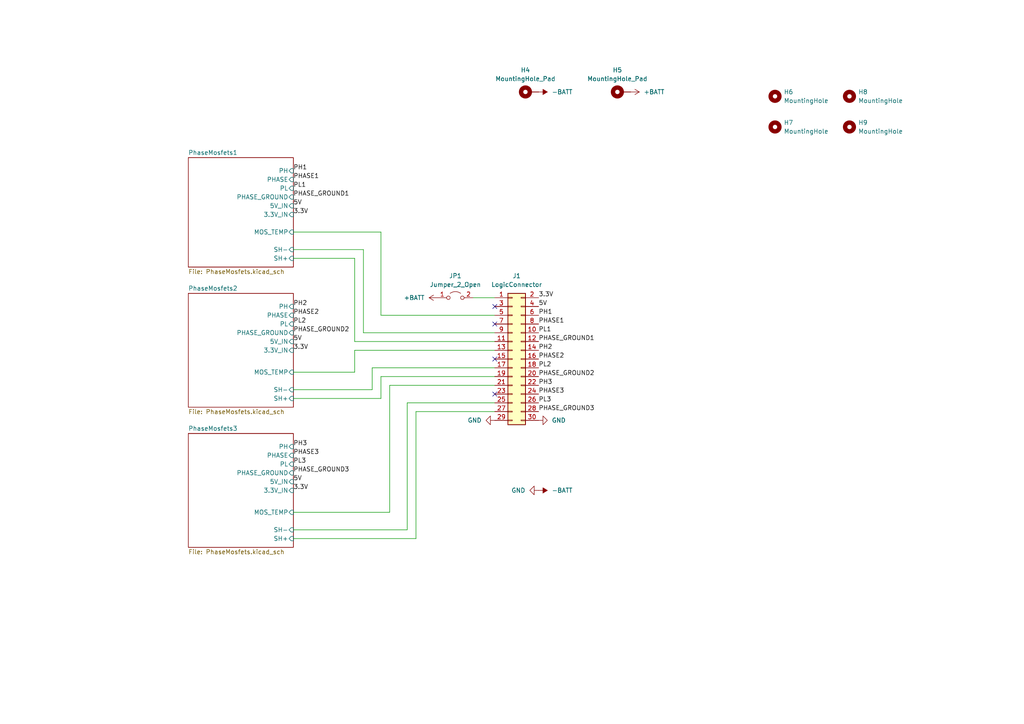
<source format=kicad_sch>
(kicad_sch (version 20231120) (generator "eeschema") (generator_version "8.0")
  (paper "A4")
  (lib_symbols
    (symbol "Connector_Generic:Conn_02x15_Odd_Even" (pin_names (offset 1.016) hide)
      (property "Reference" "J" (at 1.27 20.32 0))
      (property "Value" "Conn_02x15_Odd_Even" (at 1.27 -20.32 0))
      (symbol "Conn_02x15_Odd_Even_1_1"
        (rectangle (start -1.27 -17.653) (end 0 -17.907) (stroke (width 0.1524)))
        (rectangle (start -1.27 -15.113) (end 0 -15.367) (stroke (width 0.1524)))
        (rectangle (start -1.27 -12.573) (end 0 -12.827) (stroke (width 0.1524)))
        (rectangle (start -1.27 -10.033) (end 0 -10.287) (stroke (width 0.1524)))
        (rectangle (start -1.27 -7.493) (end 0 -7.747) (stroke (width 0.1524)))
        (rectangle (start -1.27 -4.953) (end 0 -5.207) (stroke (width 0.1524)))
        (rectangle (start -1.27 -2.413) (end 0 -2.667) (stroke (width 0.1524)))
        (rectangle (start -1.27 0.127) (end 0 -0.127) (stroke (width 0.1524)))
        (rectangle (start -1.27 2.667) (end 0 2.413) (stroke (width 0.1524)))
        (rectangle (start -1.27 5.207) (end 0 4.953) (stroke (width 0.1524)))
        (rectangle (start -1.27 7.747) (end 0 7.493) (stroke (width 0.1524)))
        (rectangle (start -1.27 10.287) (end 0 10.033) (stroke (width 0.1524)))
        (rectangle (start -1.27 12.827) (end 0 12.573) (stroke (width 0.1524)))
        (rectangle (start -1.27 15.367) (end 0 15.113) (stroke (width 0.1524)))
        (rectangle (start -1.27 17.907) (end 0 17.653) (stroke (width 0.1524)))
        (rectangle (start -1.27 19.05) (end 3.81 -19.05) (stroke (width 0.254)) (fill (type background)))
        (rectangle (start 3.81 -17.653) (end 2.54 -17.907) (stroke (width 0.1524)))
        (rectangle (start 3.81 -15.113) (end 2.54 -15.367) (stroke (width 0.1524)))
        (rectangle (start 3.81 -12.573) (end 2.54 -12.827) (stroke (width 0.1524)))
        (rectangle (start 3.81 -10.033) (end 2.54 -10.287) (stroke (width 0.1524)))
        (rectangle (start 3.81 -7.493) (end 2.54 -7.747) (stroke (width 0.1524)))
        (rectangle (start 3.81 -4.953) (end 2.54 -5.207) (stroke (width 0.1524)))
        (rectangle (start 3.81 -2.413) (end 2.54 -2.667) (stroke (width 0.1524)))
        (rectangle (start 3.81 0.127) (end 2.54 -0.127) (stroke (width 0.1524)))
        (rectangle (start 3.81 2.667) (end 2.54 2.413) (stroke (width 0.1524)))
        (rectangle (start 3.81 5.207) (end 2.54 4.953) (stroke (width 0.1524)))
        (rectangle (start 3.81 7.747) (end 2.54 7.493) (stroke (width 0.1524)))
        (rectangle (start 3.81 10.287) (end 2.54 10.033) (stroke (width 0.1524)))
        (rectangle (start 3.81 12.827) (end 2.54 12.573) (stroke (width 0.1524)))
        (rectangle (start 3.81 15.367) (end 2.54 15.113) (stroke (width 0.1524)))
        (rectangle (start 3.81 17.907) (end 2.54 17.653) (stroke (width 0.1524)))
        (pin passive line (at -5.08 17.78 0) (length 3.81) (name "Pin_1") (number "1"))
        (pin passive line (at 7.62 7.62 180) (length 3.81) (name "Pin_10") (number "10"))
        (pin passive line (at -5.08 5.08 0) (length 3.81) (name "Pin_11") (number "11"))
        (pin passive line (at 7.62 5.08 180) (length 3.81) (name "Pin_12") (number "12"))
        (pin passive line (at -5.08 2.54 0) (length 3.81) (name "Pin_13") (number "13"))
        (pin passive line (at 7.62 2.54 180) (length 3.81) (name "Pin_14") (number "14"))
        (pin passive line (at -5.08 0 0) (length 3.81) (name "Pin_15") (number "15"))
        (pin passive line (at 7.62 0 180) (length 3.81) (name "Pin_16") (number "16"))
        (pin passive line (at -5.08 -2.54 0) (length 3.81) (name "Pin_17") (number "17"))
        (pin passive line (at 7.62 -2.54 180) (length 3.81) (name "Pin_18") (number "18"))
        (pin passive line (at -5.08 -5.08 0) (length 3.81) (name "Pin_19") (number "19"))
        (pin passive line (at 7.62 17.78 180) (length 3.81) (name "Pin_2") (number "2"))
        (pin passive line (at 7.62 -5.08 180) (length 3.81) (name "Pin_20") (number "20"))
        (pin passive line (at -5.08 -7.62 0) (length 3.81) (name "Pin_21") (number "21"))
        (pin passive line (at 7.62 -7.62 180) (length 3.81) (name "Pin_22") (number "22"))
        (pin passive line (at -5.08 -10.16 0) (length 3.81) (name "Pin_23") (number "23"))
        (pin passive line (at 7.62 -10.16 180) (length 3.81) (name "Pin_24") (number "24"))
        (pin passive line (at -5.08 -12.7 0) (length 3.81) (name "Pin_25") (number "25"))
        (pin passive line (at 7.62 -12.7 180) (length 3.81) (name "Pin_26") (number "26"))
        (pin passive line (at -5.08 -15.24 0) (length 3.81) (name "Pin_27") (number "27"))
        (pin passive line (at 7.62 -15.24 180) (length 3.81) (name "Pin_28") (number "28"))
        (pin passive line (at -5.08 -17.78 0) (length 3.81) (name "Pin_29") (number "29"))
        (pin passive line (at -5.08 15.24 0) (length 3.81) (name "Pin_3") (number "3"))
        (pin passive line (at 7.62 -17.78 180) (length 3.81) (name "Pin_30") (number "30"))
        (pin passive line (at 7.62 15.24 180) (length 3.81) (name "Pin_4") (number "4"))
        (pin passive line (at -5.08 12.7 0) (length 3.81) (name "Pin_5") (number "5"))
        (pin passive line (at 7.62 12.7 180) (length 3.81) (name "Pin_6") (number "6"))
        (pin passive line (at -5.08 10.16 0) (length 3.81) (name "Pin_7") (number "7"))
        (pin passive line (at 7.62 10.16 180) (length 3.81) (name "Pin_8") (number "8"))
        (pin passive line (at -5.08 7.62 0) (length 3.81) (name "Pin_9") (number "9"))
      )
    )
    (symbol "Jumper:Jumper_2_Open" (pin_names (offset 0) hide)
      (property "Reference" "JP" (at 0 2.794 0))
      (property "Value" "Jumper_2_Open" (at 0 -2.286 0))
      (symbol "Jumper_2_Open_0_0"
        (circle (center -2.032 0) (radius 0.508))
        (circle (center 2.032 0) (radius 0.508))
      )
      (symbol "Jumper_2_Open_0_1"
        (arc (start 1.524 1.27) (mid 0 1.778) (end -1.524 1.27))
      )
      (symbol "Jumper_2_Open_1_1"
        (pin passive line (at -5.08 0 0) (length 2.54) (name "A") (number "1"))
        (pin passive line (at 5.08 0 180) (length 2.54) (name "B") (number "2"))
      )
    )
    (symbol "Mechanical:MountingHole" (pin_names (offset 1.016))
      (property "Reference" "H" (at 0 5.08 0))
      (property "Value" "MountingHole" (at 0 3.175 0))
      (symbol "MountingHole_0_1"
        (circle (center 0 0) (radius 1.27) (stroke (width 1.27)))
      )
    )
    (symbol "Mechanical:MountingHole_Pad" (pin_numbers hide) (pin_names (offset 1.016) hide)
      (property "Reference" "H" (at 0 6.35 0))
      (property "Value" "MountingHole_Pad" (at 0 4.445 0))
      (symbol "MountingHole_Pad_0_1"
        (circle (center 0 1.27) (radius 1.27) (stroke (width 1.27)))
      )
      (symbol "MountingHole_Pad_1_1"
        (pin input line (at 0 -2.54 90) (length 2.54) (name "1") (number "1"))
      )
    )
    (symbol "power:+BATT" (power) (pin_names (offset 0))
      (property "Value" "+BATT" (at 0 3.556 0))
      (symbol "+BATT_0_1"
        (polyline (pts (xy -0.762 1.27) (xy 0 2.54)))
        (polyline (pts (xy 0 0) (xy 0 2.54)))
        (polyline (pts (xy 0 2.54) (xy 0.762 1.27)))
      )
      (symbol "+BATT_1_1"
        (pin power_in line (at 0 0 90) (length 0) hide (name "+BATT") (number "1"))
      )
    )
    (symbol "power:-BATT" (power) (pin_names (offset 0))
      (property "Value" "-BATT" (at 0 3.556 0))
      (symbol "-BATT_0_1"
        (polyline (pts (xy 0 0) (xy 0 2.54)))
        (polyline (pts (xy 0.762 1.27) (xy -0.762 1.27) (xy 0 2.54) (xy 0.762 1.27)) (fill (type outline)))
      )
      (symbol "-BATT_1_1"
        (pin power_in line (at 0 0 90) (length 0) hide (name "-BATT") (number "1"))
      )
    )
    (symbol "power:GND" (power) (pin_names (offset 0))
      (property "Value" "GND" (at 0 -3.81 0))
      (symbol "GND_0_1"
        (polyline (pts (xy 0 0) (xy 0 -1.27) (xy 1.27 -1.27) (xy 0 -2.54) (xy -1.27 -1.27) (xy 0 -1.27)))
      )
      (symbol "GND_1_1"
        (pin power_in line (at 0 0 270) (length 0) hide (name "GND") (number "1"))
      )
    )
  )
  (no_connect (at 143.51 104.14))
  (no_connect (at 143.51 93.98))
  (no_connect (at 143.51 88.9))
  (no_connect (at 143.51 114.3))
  (wire (pts (xy 85.09 115.57) (xy 110.49 115.57)))
  (wire (pts (xy 118.11 116.84) (xy 143.51 116.84)))
  (wire (pts (xy 85.09 153.67) (xy 118.11 153.67)))
  (wire (pts (xy 102.87 99.06) (xy 143.51 99.06)))
  (wire (pts (xy 118.11 153.67) (xy 118.11 116.84)))
  (wire (pts (xy 85.09 148.59) (xy 113.03 148.59)))
  (wire (pts (xy 110.49 115.57) (xy 110.49 109.22)))
  (wire (pts (xy 105.41 96.52) (xy 143.51 96.52)))
  (wire (pts (xy 85.09 72.39) (xy 105.41 72.39)))
  (wire (pts (xy 107.95 106.68) (xy 143.51 106.68)))
  (wire (pts (xy 102.87 101.6) (xy 143.51 101.6)))
  (wire (pts (xy 85.09 74.93) (xy 102.87 74.93)))
  (wire (pts (xy 110.49 67.31) (xy 110.49 91.44)))
  (wire (pts (xy 113.03 111.76) (xy 143.51 111.76)))
  (wire (pts (xy 102.87 107.95) (xy 102.87 101.6)))
  (wire (pts (xy 110.49 109.22) (xy 143.51 109.22)))
  (wire (pts (xy 85.09 67.31) (xy 110.49 67.31)))
  (wire (pts (xy 107.95 113.03) (xy 107.95 106.68)))
  (wire (pts (xy 85.09 156.21) (xy 120.65 156.21)))
  (wire (pts (xy 110.49 91.44) (xy 143.51 91.44)))
  (wire (pts (xy 85.09 107.95) (xy 102.87 107.95)))
  (wire (pts (xy 137.16 86.36) (xy 143.51 86.36)))
  (wire (pts (xy 105.41 72.39) (xy 105.41 96.52)))
  (wire (pts (xy 120.65 119.38) (xy 143.51 119.38)))
  (wire (pts (xy 120.65 156.21) (xy 120.65 119.38)))
  (wire (pts (xy 113.03 111.76) (xy 113.03 148.59)))
  (wire (pts (xy 102.87 74.93) (xy 102.87 99.06)))
  (wire (pts (xy 85.09 113.03) (xy 107.95 113.03)))
  (label "PH1" (at 85.09 49.53 0))
  (label "5V" (at 85.09 59.69 0))
  (label "PHASE_GROUND2" (at 156.21 109.22 0))
  (label "PH1" (at 156.21 91.44 0))
  (label "5V" (at 85.09 139.7 0))
  (label "PL2" (at 156.21 106.68 0))
  (label "PH3" (at 156.21 111.76 0))
  (label "PL2" (at 85.09 93.98 0))
  (label "PL3" (at 156.21 116.84 0))
  (label "5V" (at 85.09 99.06 0))
  (label "PHASE_GROUND3" (at 156.21 119.38 0))
  (label "3.3V" (at 85.09 62.23 0))
  (label "PHASE3" (at 85.09 132.08 0))
  (label "PH2" (at 85.09 88.9 0))
  (label "PH3" (at 85.09 129.54 0))
  (label "PHASE_GROUND3" (at 85.09 137.16 0))
  (label "PHASE_GROUND1" (at 156.21 99.06 0))
  (label "PHASE1" (at 85.09 52.07 0))
  (label "3.3V" (at 85.09 142.24 0))
  (label "3.3V" (at 85.09 101.6 0))
  (label "PHASE3" (at 156.21 114.3 0))
  (label "PL1" (at 156.21 96.52 0))
  (label "PL1" (at 85.09 54.61 0))
  (label "PL3" (at 85.09 134.62 0))
  (label "3.3V" (at 156.21 86.36 0))
  (label "5V" (at 156.21 88.9 0))
  (label "PHASE2" (at 156.21 104.14 0))
  (label "PHASE2" (at 85.09 91.44 0))
  (label "PHASE_GROUND1" (at 85.09 57.15 0))
  (label "PH2" (at 156.21 101.6 0))
  (label "PHASE_GROUND2" (at 85.09 96.52 0))
  (label "PHASE1" (at 156.21 93.98 0))
  (symbol (lib_id "Mechanical:MountingHole") (at 246.38 27.94 0) (unit 1)
    (property "Reference" "H8" (at 248.92 26.67 0) (effects (justify left)))
    (property "Value" "MountingHole" (at 248.92 29.21 0) (effects (justify left)))
    (property "Footprint" "MountingHole:MountingHole_3.2mm_M3_ISO14580" (effects (hide yes)))
  )
  (symbol (lib_id "Mechanical:MountingHole_Pad") (at 180.34 26.67 90) (unit 1)
    (property "Reference" "H5" (at 179.07 20.32 90))
    (property "Value" "MountingHole_Pad" (at 179.07 22.86 90))
    (property "Footprint" "MountingHole:MountingHole_5.3mm_M5_Pad_Via" (effects (hide yes)))
  )
  (symbol (lib_id "Mechanical:MountingHole") (at 224.79 27.94 0) (unit 1)
    (property "Reference" "H6" (at 227.33 26.67 0) (effects (justify left)))
    (property "Value" "MountingHole" (at 227.33 29.21 0) (effects (justify left)))
    (property "Footprint" "MountingHole:MountingHole_3.2mm_M3_ISO14580" (effects (hide yes)))
  )
  (symbol (lib_id "power:+BATT") (at 127 86.36 90) (unit 1)
    (property "Reference" "#PWR01" (effects (hide yes)))
    (property "Value" "+BATT" (at 123.19 86.36 90) (effects (justify left)))
  )
  (symbol (lib_id "Mechanical:MountingHole_Pad") (at 153.67 26.67 90) (unit 1)
    (property "Reference" "H4" (at 152.4 20.32 90))
    (property "Value" "MountingHole_Pad" (at 152.4 22.86 90))
    (property "Footprint" "MountingHole:MountingHole_5.3mm_M5_Pad_Via" (effects (hide yes)))
  )
  (symbol (lib_id "power:GND") (at 156.21 121.92 90) (unit 1)
    (property "Reference" "#PWR018" (effects (hide yes)))
    (property "Value" "GND" (at 160.02 121.92 90) (effects (justify right)))
  )
  (symbol (lib_id "Connector_Generic:Conn_02x15_Odd_Even") (at 148.59 104.14 0) (unit 1)
    (property "Reference" "J1" (at 149.86 80.01 0))
    (property "Value" "LogicConnector" (at 149.86 82.55 0))
    (property "Footprint" "Connector_PinSocket_2.54mm:PinSocket_2x15_P2.54mm_Vertical" (effects (hide yes)))
  )
  (symbol (lib_id "power:+BATT") (at 182.88 26.67 270) (unit 1)
    (property "Reference" "#PWR014" (effects (hide yes)))
    (property "Value" "+BATT" (at 186.69 26.67 90) (effects (justify left)))
  )
  (symbol (lib_id "Mechanical:MountingHole") (at 246.38 36.83 0) (unit 1)
    (property "Reference" "H9" (at 248.92 35.56 0) (effects (justify left)))
    (property "Value" "MountingHole" (at 248.92 38.1 0) (effects (justify left)))
    (property "Footprint" "MountingHole:MountingHole_3.2mm_M3_ISO14580" (effects (hide yes)))
  )
  (symbol (lib_id "power:-BATT") (at 156.21 142.24 270) (unit 1)
    (property "Reference" "#PWR023" (effects (hide yes)))
    (property "Value" "-BATT" (at 160.02 142.24 90) (effects (justify left)))
  )
  (symbol (lib_id "power:GND") (at 143.51 121.92 270) (unit 1)
    (property "Reference" "#PWR02" (effects (hide yes)))
    (property "Value" "GND" (at 139.7 121.92 90) (effects (justify right)))
  )
  (symbol (lib_id "power:GND") (at 156.21 142.24 270) (unit 1)
    (property "Reference" "#PWR024" (effects (hide yes)))
    (property "Value" "GND" (at 152.4 142.24 90) (effects (justify right)))
  )
  (symbol (lib_id "Mechanical:MountingHole") (at 224.79 36.83 0) (unit 1)
    (property "Reference" "H7" (at 227.33 35.56 0) (effects (justify left)))
    (property "Value" "MountingHole" (at 227.33 38.1 0) (effects (justify left)))
    (property "Footprint" "MountingHole:MountingHole_3.2mm_M3_ISO14580" (effects (hide yes)))
  )
  (symbol (lib_id "power:-BATT") (at 156.21 26.67 270) (unit 1)
    (property "Reference" "#PWR09" (effects (hide yes)))
    (property "Value" "-BATT" (at 160.02 26.67 90) (effects (justify left)))
  )
  (symbol (lib_id "Jumper:Jumper_2_Open") (at 132.08 86.36 0) (unit 1)
    (property "Reference" "JP1" (at 132.08 80.01 0))
    (property "Value" "Jumper_2_Open" (at 132.08 82.55 0))
    (property "Footprint" "GigaVescLibs:SolderJumper0.5mm_Open" (effects (hide yes)))
  )
  (sheet (at 54.61 45.72) (size 30.48 31.75) (stroke (width 0.1524))
    (property "Sheetname" "PhaseMosfets1" (at 54.61 45.0084 0) (effects (justify left bottom)))
    (property "Sheetfile" "PhaseMosfets.kicad_sch" (at 54.61 78.0546 0) (effects (justify left top)))
    (pin "PL" input (at 85.09 54.61 0))
    (pin "PHASE" input (at 85.09 52.07 0))
    (pin "PH" input (at 85.09 49.53 0))
    (pin "PHASE_GROUND" input (at 85.09 57.15 0))
    (pin "MOS_TEMP" input (at 85.09 67.31 0))
    (pin "3.3V_IN" input (at 85.09 62.23 0))
    (pin "5V_IN" input (at 85.09 59.69 0))
    (pin "SH-" input (at 85.09 72.39 0))
    (pin "SH+" input (at 85.09 74.93 0))
  )
  (sheet (at 54.61 125.73) (size 30.48 33.02) (stroke (width 0.1524))
    (property "Sheetname" "PhaseMosfets3" (at 54.61 125.0184 0) (effects (justify left bottom)))
    (property "Sheetfile" "PhaseMosfets.kicad_sch" (at 54.61 159.3346 0) (effects (justify left top)))
    (pin "PL" input (at 85.09 134.62 0))
    (pin "PHASE" input (at 85.09 132.08 0))
    (pin "PH" input (at 85.09 129.54 0))
    (pin "PHASE_GROUND" input (at 85.09 137.16 0))
    (pin "MOS_TEMP" input (at 85.09 148.59 0))
    (pin "3.3V_IN" input (at 85.09 142.24 0))
    (pin "5V_IN" input (at 85.09 139.7 0))
    (pin "SH-" input (at 85.09 153.67 0))
    (pin "SH+" input (at 85.09 156.21 0))
  )
  (sheet (at 54.61 85.09) (size 30.48 33.02) (stroke (width 0.1524))
    (property "Sheetname" "PhaseMosfets2" (at 54.61 84.3784 0) (effects (justify left bottom)))
    (property "Sheetfile" "PhaseMosfets.kicad_sch" (at 54.61 118.6946 0) (effects (justify left top)))
    (pin "PL" input (at 85.09 93.98 0))
    (pin "PHASE" input (at 85.09 91.44 0))
    (pin "PH" input (at 85.09 88.9 0))
    (pin "PHASE_GROUND" input (at 85.09 96.52 0))
    (pin "MOS_TEMP" input (at 85.09 107.95 0))
    (pin "3.3V_IN" input (at 85.09 101.6 0))
    (pin "5V_IN" input (at 85.09 99.06 0))
    (pin "SH-" input (at 85.09 113.03 0))
    (pin "SH+" input (at 85.09 115.57 0))
  )
)
</source>
